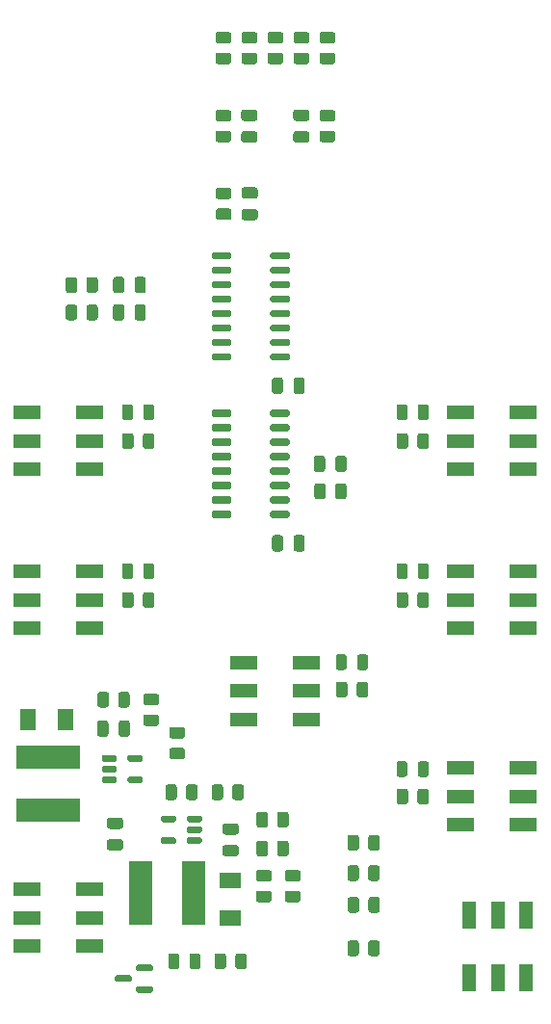
<source format=gtp>
G04 #@! TF.GenerationSoftware,KiCad,Pcbnew,6.0.10-86aedd382b~118~ubuntu18.04.1*
G04 #@! TF.CreationDate,2024-08-26T14:05:47-06:00*
G04 #@! TF.ProjectId,mss-debug,6d73732d-6465-4627-9567-2e6b69636164,rev?*
G04 #@! TF.SameCoordinates,Original*
G04 #@! TF.FileFunction,Paste,Top*
G04 #@! TF.FilePolarity,Positive*
%FSLAX46Y46*%
G04 Gerber Fmt 4.6, Leading zero omitted, Abs format (unit mm)*
G04 Created by KiCad (PCBNEW 6.0.10-86aedd382b~118~ubuntu18.04.1) date 2024-08-26 14:05:47*
%MOMM*%
%LPD*%
G01*
G04 APERTURE LIST*
%ADD10R,1.193800X2.489200*%
%ADD11R,2.489200X1.193800*%
%ADD12R,5.562600X2.108200*%
%ADD13R,1.400000X1.900000*%
%ADD14R,1.900000X1.400000*%
%ADD15R,2.108200X5.562600*%
G04 APERTURE END LIST*
G36*
G01*
X45184000Y-172281000D02*
X45184000Y-171381000D01*
G75*
G02*
X45434000Y-171131000I250000J0D01*
G01*
X45959000Y-171131000D01*
G75*
G02*
X46209000Y-171381000I0J-250000D01*
G01*
X46209000Y-172281000D01*
G75*
G02*
X45959000Y-172531000I-250000J0D01*
G01*
X45434000Y-172531000D01*
G75*
G02*
X45184000Y-172281000I0J250000D01*
G01*
G37*
G36*
G01*
X47009000Y-172281000D02*
X47009000Y-171381000D01*
G75*
G02*
X47259000Y-171131000I250000J0D01*
G01*
X47784000Y-171131000D01*
G75*
G02*
X48034000Y-171381000I0J-250000D01*
G01*
X48034000Y-172281000D01*
G75*
G02*
X47784000Y-172531000I-250000J0D01*
G01*
X47259000Y-172531000D01*
G75*
G02*
X47009000Y-172281000I0J250000D01*
G01*
G37*
G36*
G01*
X51874000Y-178661000D02*
X52774000Y-178661000D01*
G75*
G02*
X53024000Y-178911000I0J-250000D01*
G01*
X53024000Y-179436000D01*
G75*
G02*
X52774000Y-179686000I-250000J0D01*
G01*
X51874000Y-179686000D01*
G75*
G02*
X51624000Y-179436000I0J250000D01*
G01*
X51624000Y-178911000D01*
G75*
G02*
X51874000Y-178661000I250000J0D01*
G01*
G37*
G36*
G01*
X51874000Y-180486000D02*
X52774000Y-180486000D01*
G75*
G02*
X53024000Y-180736000I0J-250000D01*
G01*
X53024000Y-181261000D01*
G75*
G02*
X52774000Y-181511000I-250000J0D01*
G01*
X51874000Y-181511000D01*
G75*
G02*
X51624000Y-181261000I0J250000D01*
G01*
X51624000Y-180736000D01*
G75*
G02*
X51874000Y-180486000I250000J0D01*
G01*
G37*
G36*
G01*
X35126000Y-166718000D02*
X35126000Y-165768000D01*
G75*
G02*
X35376000Y-165518000I250000J0D01*
G01*
X35876000Y-165518000D01*
G75*
G02*
X36126000Y-165768000I0J-250000D01*
G01*
X36126000Y-166718000D01*
G75*
G02*
X35876000Y-166968000I-250000J0D01*
G01*
X35376000Y-166968000D01*
G75*
G02*
X35126000Y-166718000I0J250000D01*
G01*
G37*
G36*
G01*
X37026000Y-166718000D02*
X37026000Y-165768000D01*
G75*
G02*
X37276000Y-165518000I250000J0D01*
G01*
X37776000Y-165518000D01*
G75*
G02*
X38026000Y-165768000I0J-250000D01*
G01*
X38026000Y-166718000D01*
G75*
G02*
X37776000Y-166968000I-250000J0D01*
G01*
X37276000Y-166968000D01*
G75*
G02*
X37026000Y-166718000I0J250000D01*
G01*
G37*
G36*
G01*
X35538000Y-168999000D02*
X35538000Y-168699000D01*
G75*
G02*
X35688000Y-168549000I150000J0D01*
G01*
X36713000Y-168549000D01*
G75*
G02*
X36863000Y-168699000I0J-150000D01*
G01*
X36863000Y-168999000D01*
G75*
G02*
X36713000Y-169149000I-150000J0D01*
G01*
X35688000Y-169149000D01*
G75*
G02*
X35538000Y-168999000I0J150000D01*
G01*
G37*
G36*
G01*
X35538000Y-169949000D02*
X35538000Y-169649000D01*
G75*
G02*
X35688000Y-169499000I150000J0D01*
G01*
X36713000Y-169499000D01*
G75*
G02*
X36863000Y-169649000I0J-150000D01*
G01*
X36863000Y-169949000D01*
G75*
G02*
X36713000Y-170099000I-150000J0D01*
G01*
X35688000Y-170099000D01*
G75*
G02*
X35538000Y-169949000I0J150000D01*
G01*
G37*
G36*
G01*
X35538000Y-170899000D02*
X35538000Y-170599000D01*
G75*
G02*
X35688000Y-170449000I150000J0D01*
G01*
X36713000Y-170449000D01*
G75*
G02*
X36863000Y-170599000I0J-150000D01*
G01*
X36863000Y-170899000D01*
G75*
G02*
X36713000Y-171049000I-150000J0D01*
G01*
X35688000Y-171049000D01*
G75*
G02*
X35538000Y-170899000I0J150000D01*
G01*
G37*
G36*
G01*
X37813000Y-170899000D02*
X37813000Y-170599000D01*
G75*
G02*
X37963000Y-170449000I150000J0D01*
G01*
X38988000Y-170449000D01*
G75*
G02*
X39138000Y-170599000I0J-150000D01*
G01*
X39138000Y-170899000D01*
G75*
G02*
X38988000Y-171049000I-150000J0D01*
G01*
X37963000Y-171049000D01*
G75*
G02*
X37813000Y-170899000I0J150000D01*
G01*
G37*
G36*
G01*
X37813000Y-168999000D02*
X37813000Y-168699000D01*
G75*
G02*
X37963000Y-168549000I150000J0D01*
G01*
X38988000Y-168549000D01*
G75*
G02*
X39138000Y-168699000I0J-150000D01*
G01*
X39138000Y-168999000D01*
G75*
G02*
X38988000Y-169149000I-150000J0D01*
G01*
X37963000Y-169149000D01*
G75*
G02*
X37813000Y-168999000I0J150000D01*
G01*
G37*
G36*
G01*
X49007750Y-121568500D02*
X48057750Y-121568500D01*
G75*
G02*
X47807750Y-121318500I0J250000D01*
G01*
X47807750Y-120818500D01*
G75*
G02*
X48057750Y-120568500I250000J0D01*
G01*
X49007750Y-120568500D01*
G75*
G02*
X49257750Y-120818500I0J-250000D01*
G01*
X49257750Y-121318500D01*
G75*
G02*
X49007750Y-121568500I-250000J0D01*
G01*
G37*
G36*
G01*
X49007750Y-119668500D02*
X48057750Y-119668500D01*
G75*
G02*
X47807750Y-119418500I0J250000D01*
G01*
X47807750Y-118918500D01*
G75*
G02*
X48057750Y-118668500I250000J0D01*
G01*
X49007750Y-118668500D01*
G75*
G02*
X49257750Y-118918500I0J-250000D01*
G01*
X49257750Y-119418500D01*
G75*
G02*
X49007750Y-119668500I-250000J0D01*
G01*
G37*
G36*
G01*
X52091000Y-147264000D02*
X52091000Y-147564000D01*
G75*
G02*
X51941000Y-147714000I-150000J0D01*
G01*
X50491000Y-147714000D01*
G75*
G02*
X50341000Y-147564000I0J150000D01*
G01*
X50341000Y-147264000D01*
G75*
G02*
X50491000Y-147114000I150000J0D01*
G01*
X51941000Y-147114000D01*
G75*
G02*
X52091000Y-147264000I0J-150000D01*
G01*
G37*
G36*
G01*
X52091000Y-145994000D02*
X52091000Y-146294000D01*
G75*
G02*
X51941000Y-146444000I-150000J0D01*
G01*
X50491000Y-146444000D01*
G75*
G02*
X50341000Y-146294000I0J150000D01*
G01*
X50341000Y-145994000D01*
G75*
G02*
X50491000Y-145844000I150000J0D01*
G01*
X51941000Y-145844000D01*
G75*
G02*
X52091000Y-145994000I0J-150000D01*
G01*
G37*
G36*
G01*
X52091000Y-144724000D02*
X52091000Y-145024000D01*
G75*
G02*
X51941000Y-145174000I-150000J0D01*
G01*
X50491000Y-145174000D01*
G75*
G02*
X50341000Y-145024000I0J150000D01*
G01*
X50341000Y-144724000D01*
G75*
G02*
X50491000Y-144574000I150000J0D01*
G01*
X51941000Y-144574000D01*
G75*
G02*
X52091000Y-144724000I0J-150000D01*
G01*
G37*
G36*
G01*
X52091000Y-143454000D02*
X52091000Y-143754000D01*
G75*
G02*
X51941000Y-143904000I-150000J0D01*
G01*
X50491000Y-143904000D01*
G75*
G02*
X50341000Y-143754000I0J150000D01*
G01*
X50341000Y-143454000D01*
G75*
G02*
X50491000Y-143304000I150000J0D01*
G01*
X51941000Y-143304000D01*
G75*
G02*
X52091000Y-143454000I0J-150000D01*
G01*
G37*
G36*
G01*
X52091000Y-142184000D02*
X52091000Y-142484000D01*
G75*
G02*
X51941000Y-142634000I-150000J0D01*
G01*
X50491000Y-142634000D01*
G75*
G02*
X50341000Y-142484000I0J150000D01*
G01*
X50341000Y-142184000D01*
G75*
G02*
X50491000Y-142034000I150000J0D01*
G01*
X51941000Y-142034000D01*
G75*
G02*
X52091000Y-142184000I0J-150000D01*
G01*
G37*
G36*
G01*
X52091000Y-140914000D02*
X52091000Y-141214000D01*
G75*
G02*
X51941000Y-141364000I-150000J0D01*
G01*
X50491000Y-141364000D01*
G75*
G02*
X50341000Y-141214000I0J150000D01*
G01*
X50341000Y-140914000D01*
G75*
G02*
X50491000Y-140764000I150000J0D01*
G01*
X51941000Y-140764000D01*
G75*
G02*
X52091000Y-140914000I0J-150000D01*
G01*
G37*
G36*
G01*
X52091000Y-139644000D02*
X52091000Y-139944000D01*
G75*
G02*
X51941000Y-140094000I-150000J0D01*
G01*
X50491000Y-140094000D01*
G75*
G02*
X50341000Y-139944000I0J150000D01*
G01*
X50341000Y-139644000D01*
G75*
G02*
X50491000Y-139494000I150000J0D01*
G01*
X51941000Y-139494000D01*
G75*
G02*
X52091000Y-139644000I0J-150000D01*
G01*
G37*
G36*
G01*
X52091000Y-138374000D02*
X52091000Y-138674000D01*
G75*
G02*
X51941000Y-138824000I-150000J0D01*
G01*
X50491000Y-138824000D01*
G75*
G02*
X50341000Y-138674000I0J150000D01*
G01*
X50341000Y-138374000D01*
G75*
G02*
X50491000Y-138224000I150000J0D01*
G01*
X51941000Y-138224000D01*
G75*
G02*
X52091000Y-138374000I0J-150000D01*
G01*
G37*
G36*
G01*
X46941000Y-138374000D02*
X46941000Y-138674000D01*
G75*
G02*
X46791000Y-138824000I-150000J0D01*
G01*
X45341000Y-138824000D01*
G75*
G02*
X45191000Y-138674000I0J150000D01*
G01*
X45191000Y-138374000D01*
G75*
G02*
X45341000Y-138224000I150000J0D01*
G01*
X46791000Y-138224000D01*
G75*
G02*
X46941000Y-138374000I0J-150000D01*
G01*
G37*
G36*
G01*
X46941000Y-139644000D02*
X46941000Y-139944000D01*
G75*
G02*
X46791000Y-140094000I-150000J0D01*
G01*
X45341000Y-140094000D01*
G75*
G02*
X45191000Y-139944000I0J150000D01*
G01*
X45191000Y-139644000D01*
G75*
G02*
X45341000Y-139494000I150000J0D01*
G01*
X46791000Y-139494000D01*
G75*
G02*
X46941000Y-139644000I0J-150000D01*
G01*
G37*
G36*
G01*
X46941000Y-140914000D02*
X46941000Y-141214000D01*
G75*
G02*
X46791000Y-141364000I-150000J0D01*
G01*
X45341000Y-141364000D01*
G75*
G02*
X45191000Y-141214000I0J150000D01*
G01*
X45191000Y-140914000D01*
G75*
G02*
X45341000Y-140764000I150000J0D01*
G01*
X46791000Y-140764000D01*
G75*
G02*
X46941000Y-140914000I0J-150000D01*
G01*
G37*
G36*
G01*
X46941000Y-142184000D02*
X46941000Y-142484000D01*
G75*
G02*
X46791000Y-142634000I-150000J0D01*
G01*
X45341000Y-142634000D01*
G75*
G02*
X45191000Y-142484000I0J150000D01*
G01*
X45191000Y-142184000D01*
G75*
G02*
X45341000Y-142034000I150000J0D01*
G01*
X46791000Y-142034000D01*
G75*
G02*
X46941000Y-142184000I0J-150000D01*
G01*
G37*
G36*
G01*
X46941000Y-143454000D02*
X46941000Y-143754000D01*
G75*
G02*
X46791000Y-143904000I-150000J0D01*
G01*
X45341000Y-143904000D01*
G75*
G02*
X45191000Y-143754000I0J150000D01*
G01*
X45191000Y-143454000D01*
G75*
G02*
X45341000Y-143304000I150000J0D01*
G01*
X46791000Y-143304000D01*
G75*
G02*
X46941000Y-143454000I0J-150000D01*
G01*
G37*
G36*
G01*
X46941000Y-144724000D02*
X46941000Y-145024000D01*
G75*
G02*
X46791000Y-145174000I-150000J0D01*
G01*
X45341000Y-145174000D01*
G75*
G02*
X45191000Y-145024000I0J150000D01*
G01*
X45191000Y-144724000D01*
G75*
G02*
X45341000Y-144574000I150000J0D01*
G01*
X46791000Y-144574000D01*
G75*
G02*
X46941000Y-144724000I0J-150000D01*
G01*
G37*
G36*
G01*
X46941000Y-145994000D02*
X46941000Y-146294000D01*
G75*
G02*
X46791000Y-146444000I-150000J0D01*
G01*
X45341000Y-146444000D01*
G75*
G02*
X45191000Y-146294000I0J150000D01*
G01*
X45191000Y-145994000D01*
G75*
G02*
X45341000Y-145844000I150000J0D01*
G01*
X46791000Y-145844000D01*
G75*
G02*
X46941000Y-145994000I0J-150000D01*
G01*
G37*
G36*
G01*
X46941000Y-147264000D02*
X46941000Y-147564000D01*
G75*
G02*
X46791000Y-147714000I-150000J0D01*
G01*
X45341000Y-147714000D01*
G75*
G02*
X45191000Y-147564000I0J150000D01*
G01*
X45191000Y-147264000D01*
G75*
G02*
X45341000Y-147114000I150000J0D01*
G01*
X46791000Y-147114000D01*
G75*
G02*
X46941000Y-147264000I0J-150000D01*
G01*
G37*
G36*
G01*
X50493000Y-136586000D02*
X50493000Y-135636000D01*
G75*
G02*
X50743000Y-135386000I250000J0D01*
G01*
X51243000Y-135386000D01*
G75*
G02*
X51493000Y-135636000I0J-250000D01*
G01*
X51493000Y-136586000D01*
G75*
G02*
X51243000Y-136836000I-250000J0D01*
G01*
X50743000Y-136836000D01*
G75*
G02*
X50493000Y-136586000I0J250000D01*
G01*
G37*
G36*
G01*
X52393000Y-136586000D02*
X52393000Y-135636000D01*
G75*
G02*
X52643000Y-135386000I250000J0D01*
G01*
X53143000Y-135386000D01*
G75*
G02*
X53393000Y-135636000I0J-250000D01*
G01*
X53393000Y-136586000D01*
G75*
G02*
X53143000Y-136836000I-250000J0D01*
G01*
X52643000Y-136836000D01*
G75*
G02*
X52393000Y-136586000I0J250000D01*
G01*
G37*
G36*
G01*
X64290000Y-171762000D02*
X64290000Y-172662000D01*
G75*
G02*
X64040000Y-172912000I-250000J0D01*
G01*
X63515000Y-172912000D01*
G75*
G02*
X63265000Y-172662000I0J250000D01*
G01*
X63265000Y-171762000D01*
G75*
G02*
X63515000Y-171512000I250000J0D01*
G01*
X64040000Y-171512000D01*
G75*
G02*
X64290000Y-171762000I0J-250000D01*
G01*
G37*
G36*
G01*
X62465000Y-171762000D02*
X62465000Y-172662000D01*
G75*
G02*
X62215000Y-172912000I-250000J0D01*
G01*
X61690000Y-172912000D01*
G75*
G02*
X61440000Y-172662000I0J250000D01*
G01*
X61440000Y-171762000D01*
G75*
G02*
X61690000Y-171512000I250000J0D01*
G01*
X62215000Y-171512000D01*
G75*
G02*
X62465000Y-171762000I0J-250000D01*
G01*
G37*
G36*
G01*
X55822000Y-114709000D02*
X54922000Y-114709000D01*
G75*
G02*
X54672000Y-114459000I0J250000D01*
G01*
X54672000Y-113934000D01*
G75*
G02*
X54922000Y-113684000I250000J0D01*
G01*
X55822000Y-113684000D01*
G75*
G02*
X56072000Y-113934000I0J-250000D01*
G01*
X56072000Y-114459000D01*
G75*
G02*
X55822000Y-114709000I-250000J0D01*
G01*
G37*
G36*
G01*
X55822000Y-112884000D02*
X54922000Y-112884000D01*
G75*
G02*
X54672000Y-112634000I0J250000D01*
G01*
X54672000Y-112109000D01*
G75*
G02*
X54922000Y-111859000I250000J0D01*
G01*
X55822000Y-111859000D01*
G75*
G02*
X56072000Y-112109000I0J-250000D01*
G01*
X56072000Y-112634000D01*
G75*
G02*
X55822000Y-112884000I-250000J0D01*
G01*
G37*
D10*
X72858000Y-182664100D03*
X70358000Y-182664100D03*
X67858000Y-182664100D03*
X72858000Y-188175900D03*
X70358000Y-188175900D03*
X67858000Y-188175900D03*
G36*
G01*
X54201000Y-145832000D02*
X54201000Y-144932000D01*
G75*
G02*
X54451000Y-144682000I250000J0D01*
G01*
X54976000Y-144682000D01*
G75*
G02*
X55226000Y-144932000I0J-250000D01*
G01*
X55226000Y-145832000D01*
G75*
G02*
X54976000Y-146082000I-250000J0D01*
G01*
X54451000Y-146082000D01*
G75*
G02*
X54201000Y-145832000I0J250000D01*
G01*
G37*
G36*
G01*
X56026000Y-145832000D02*
X56026000Y-144932000D01*
G75*
G02*
X56276000Y-144682000I250000J0D01*
G01*
X56801000Y-144682000D01*
G75*
G02*
X57051000Y-144932000I0J-250000D01*
G01*
X57051000Y-145832000D01*
G75*
G02*
X56801000Y-146082000I-250000J0D01*
G01*
X56276000Y-146082000D01*
G75*
G02*
X56026000Y-145832000I0J250000D01*
G01*
G37*
D11*
X28994100Y-180380000D03*
X28994100Y-182880000D03*
X28994100Y-185380000D03*
X34505900Y-180380000D03*
X34505900Y-182880000D03*
X34505900Y-185380000D03*
G36*
G01*
X58956000Y-159944750D02*
X58956000Y-160857250D01*
G75*
G02*
X58712250Y-161101000I-243750J0D01*
G01*
X58224750Y-161101000D01*
G75*
G02*
X57981000Y-160857250I0J243750D01*
G01*
X57981000Y-159944750D01*
G75*
G02*
X58224750Y-159701000I243750J0D01*
G01*
X58712250Y-159701000D01*
G75*
G02*
X58956000Y-159944750I0J-243750D01*
G01*
G37*
G36*
G01*
X57081000Y-159944750D02*
X57081000Y-160857250D01*
G75*
G02*
X56837250Y-161101000I-243750J0D01*
G01*
X56349750Y-161101000D01*
G75*
G02*
X56106000Y-160857250I0J243750D01*
G01*
X56106000Y-159944750D01*
G75*
G02*
X56349750Y-159701000I243750J0D01*
G01*
X56837250Y-159701000D01*
G75*
G02*
X57081000Y-159944750I0J-243750D01*
G01*
G37*
G36*
G01*
X52091000Y-133421000D02*
X52091000Y-133721000D01*
G75*
G02*
X51941000Y-133871000I-150000J0D01*
G01*
X50491000Y-133871000D01*
G75*
G02*
X50341000Y-133721000I0J150000D01*
G01*
X50341000Y-133421000D01*
G75*
G02*
X50491000Y-133271000I150000J0D01*
G01*
X51941000Y-133271000D01*
G75*
G02*
X52091000Y-133421000I0J-150000D01*
G01*
G37*
G36*
G01*
X52091000Y-132151000D02*
X52091000Y-132451000D01*
G75*
G02*
X51941000Y-132601000I-150000J0D01*
G01*
X50491000Y-132601000D01*
G75*
G02*
X50341000Y-132451000I0J150000D01*
G01*
X50341000Y-132151000D01*
G75*
G02*
X50491000Y-132001000I150000J0D01*
G01*
X51941000Y-132001000D01*
G75*
G02*
X52091000Y-132151000I0J-150000D01*
G01*
G37*
G36*
G01*
X52091000Y-130881000D02*
X52091000Y-131181000D01*
G75*
G02*
X51941000Y-131331000I-150000J0D01*
G01*
X50491000Y-131331000D01*
G75*
G02*
X50341000Y-131181000I0J150000D01*
G01*
X50341000Y-130881000D01*
G75*
G02*
X50491000Y-130731000I150000J0D01*
G01*
X51941000Y-130731000D01*
G75*
G02*
X52091000Y-130881000I0J-150000D01*
G01*
G37*
G36*
G01*
X52091000Y-129611000D02*
X52091000Y-129911000D01*
G75*
G02*
X51941000Y-130061000I-150000J0D01*
G01*
X50491000Y-130061000D01*
G75*
G02*
X50341000Y-129911000I0J150000D01*
G01*
X50341000Y-129611000D01*
G75*
G02*
X50491000Y-129461000I150000J0D01*
G01*
X51941000Y-129461000D01*
G75*
G02*
X52091000Y-129611000I0J-150000D01*
G01*
G37*
G36*
G01*
X52091000Y-128341000D02*
X52091000Y-128641000D01*
G75*
G02*
X51941000Y-128791000I-150000J0D01*
G01*
X50491000Y-128791000D01*
G75*
G02*
X50341000Y-128641000I0J150000D01*
G01*
X50341000Y-128341000D01*
G75*
G02*
X50491000Y-128191000I150000J0D01*
G01*
X51941000Y-128191000D01*
G75*
G02*
X52091000Y-128341000I0J-150000D01*
G01*
G37*
G36*
G01*
X52091000Y-127071000D02*
X52091000Y-127371000D01*
G75*
G02*
X51941000Y-127521000I-150000J0D01*
G01*
X50491000Y-127521000D01*
G75*
G02*
X50341000Y-127371000I0J150000D01*
G01*
X50341000Y-127071000D01*
G75*
G02*
X50491000Y-126921000I150000J0D01*
G01*
X51941000Y-126921000D01*
G75*
G02*
X52091000Y-127071000I0J-150000D01*
G01*
G37*
G36*
G01*
X52091000Y-125801000D02*
X52091000Y-126101000D01*
G75*
G02*
X51941000Y-126251000I-150000J0D01*
G01*
X50491000Y-126251000D01*
G75*
G02*
X50341000Y-126101000I0J150000D01*
G01*
X50341000Y-125801000D01*
G75*
G02*
X50491000Y-125651000I150000J0D01*
G01*
X51941000Y-125651000D01*
G75*
G02*
X52091000Y-125801000I0J-150000D01*
G01*
G37*
G36*
G01*
X52091000Y-124531000D02*
X52091000Y-124831000D01*
G75*
G02*
X51941000Y-124981000I-150000J0D01*
G01*
X50491000Y-124981000D01*
G75*
G02*
X50341000Y-124831000I0J150000D01*
G01*
X50341000Y-124531000D01*
G75*
G02*
X50491000Y-124381000I150000J0D01*
G01*
X51941000Y-124381000D01*
G75*
G02*
X52091000Y-124531000I0J-150000D01*
G01*
G37*
G36*
G01*
X46941000Y-124531000D02*
X46941000Y-124831000D01*
G75*
G02*
X46791000Y-124981000I-150000J0D01*
G01*
X45341000Y-124981000D01*
G75*
G02*
X45191000Y-124831000I0J150000D01*
G01*
X45191000Y-124531000D01*
G75*
G02*
X45341000Y-124381000I150000J0D01*
G01*
X46791000Y-124381000D01*
G75*
G02*
X46941000Y-124531000I0J-150000D01*
G01*
G37*
G36*
G01*
X46941000Y-125801000D02*
X46941000Y-126101000D01*
G75*
G02*
X46791000Y-126251000I-150000J0D01*
G01*
X45341000Y-126251000D01*
G75*
G02*
X45191000Y-126101000I0J150000D01*
G01*
X45191000Y-125801000D01*
G75*
G02*
X45341000Y-125651000I150000J0D01*
G01*
X46791000Y-125651000D01*
G75*
G02*
X46941000Y-125801000I0J-150000D01*
G01*
G37*
G36*
G01*
X46941000Y-127071000D02*
X46941000Y-127371000D01*
G75*
G02*
X46791000Y-127521000I-150000J0D01*
G01*
X45341000Y-127521000D01*
G75*
G02*
X45191000Y-127371000I0J150000D01*
G01*
X45191000Y-127071000D01*
G75*
G02*
X45341000Y-126921000I150000J0D01*
G01*
X46791000Y-126921000D01*
G75*
G02*
X46941000Y-127071000I0J-150000D01*
G01*
G37*
G36*
G01*
X46941000Y-128341000D02*
X46941000Y-128641000D01*
G75*
G02*
X46791000Y-128791000I-150000J0D01*
G01*
X45341000Y-128791000D01*
G75*
G02*
X45191000Y-128641000I0J150000D01*
G01*
X45191000Y-128341000D01*
G75*
G02*
X45341000Y-128191000I150000J0D01*
G01*
X46791000Y-128191000D01*
G75*
G02*
X46941000Y-128341000I0J-150000D01*
G01*
G37*
G36*
G01*
X46941000Y-129611000D02*
X46941000Y-129911000D01*
G75*
G02*
X46791000Y-130061000I-150000J0D01*
G01*
X45341000Y-130061000D01*
G75*
G02*
X45191000Y-129911000I0J150000D01*
G01*
X45191000Y-129611000D01*
G75*
G02*
X45341000Y-129461000I150000J0D01*
G01*
X46791000Y-129461000D01*
G75*
G02*
X46941000Y-129611000I0J-150000D01*
G01*
G37*
G36*
G01*
X46941000Y-130881000D02*
X46941000Y-131181000D01*
G75*
G02*
X46791000Y-131331000I-150000J0D01*
G01*
X45341000Y-131331000D01*
G75*
G02*
X45191000Y-131181000I0J150000D01*
G01*
X45191000Y-130881000D01*
G75*
G02*
X45341000Y-130731000I150000J0D01*
G01*
X46791000Y-130731000D01*
G75*
G02*
X46941000Y-130881000I0J-150000D01*
G01*
G37*
G36*
G01*
X46941000Y-132151000D02*
X46941000Y-132451000D01*
G75*
G02*
X46791000Y-132601000I-150000J0D01*
G01*
X45341000Y-132601000D01*
G75*
G02*
X45191000Y-132451000I0J150000D01*
G01*
X45191000Y-132151000D01*
G75*
G02*
X45341000Y-132001000I150000J0D01*
G01*
X46791000Y-132001000D01*
G75*
G02*
X46941000Y-132151000I0J-150000D01*
G01*
G37*
G36*
G01*
X46941000Y-133421000D02*
X46941000Y-133721000D01*
G75*
G02*
X46791000Y-133871000I-150000J0D01*
G01*
X45341000Y-133871000D01*
G75*
G02*
X45191000Y-133721000I0J150000D01*
G01*
X45191000Y-133421000D01*
G75*
G02*
X45341000Y-133271000I150000J0D01*
G01*
X46791000Y-133271000D01*
G75*
G02*
X46941000Y-133421000I0J-150000D01*
G01*
G37*
G36*
G01*
X55822000Y-107851000D02*
X54922000Y-107851000D01*
G75*
G02*
X54672000Y-107601000I0J250000D01*
G01*
X54672000Y-107076000D01*
G75*
G02*
X54922000Y-106826000I250000J0D01*
G01*
X55822000Y-106826000D01*
G75*
G02*
X56072000Y-107076000I0J-250000D01*
G01*
X56072000Y-107601000D01*
G75*
G02*
X55822000Y-107851000I-250000J0D01*
G01*
G37*
G36*
G01*
X55822000Y-106026000D02*
X54922000Y-106026000D01*
G75*
G02*
X54672000Y-105776000I0J250000D01*
G01*
X54672000Y-105251000D01*
G75*
G02*
X54922000Y-105001000I250000J0D01*
G01*
X55822000Y-105001000D01*
G75*
G02*
X56072000Y-105251000I0J-250000D01*
G01*
X56072000Y-105776000D01*
G75*
G02*
X55822000Y-106026000I-250000J0D01*
G01*
G37*
X28994100Y-138470000D03*
X28994100Y-140970000D03*
X28994100Y-143470000D03*
X34505900Y-138470000D03*
X34505900Y-140970000D03*
X34505900Y-143470000D03*
G36*
G01*
X41120000Y-172281000D02*
X41120000Y-171381000D01*
G75*
G02*
X41370000Y-171131000I250000J0D01*
G01*
X41895000Y-171131000D01*
G75*
G02*
X42145000Y-171381000I0J-250000D01*
G01*
X42145000Y-172281000D01*
G75*
G02*
X41895000Y-172531000I-250000J0D01*
G01*
X41370000Y-172531000D01*
G75*
G02*
X41120000Y-172281000I0J250000D01*
G01*
G37*
G36*
G01*
X42945000Y-172281000D02*
X42945000Y-171381000D01*
G75*
G02*
X43195000Y-171131000I250000J0D01*
G01*
X43720000Y-171131000D01*
G75*
G02*
X43970000Y-171381000I0J-250000D01*
G01*
X43970000Y-172281000D01*
G75*
G02*
X43720000Y-172531000I-250000J0D01*
G01*
X43195000Y-172531000D01*
G75*
G02*
X42945000Y-172281000I0J250000D01*
G01*
G37*
D12*
X30861000Y-173367700D03*
X30861000Y-168770300D03*
G36*
G01*
X64290000Y-137973750D02*
X64290000Y-138886250D01*
G75*
G02*
X64046250Y-139130000I-243750J0D01*
G01*
X63558750Y-139130000D01*
G75*
G02*
X63315000Y-138886250I0J243750D01*
G01*
X63315000Y-137973750D01*
G75*
G02*
X63558750Y-137730000I243750J0D01*
G01*
X64046250Y-137730000D01*
G75*
G02*
X64290000Y-137973750I0J-243750D01*
G01*
G37*
G36*
G01*
X62415000Y-137973750D02*
X62415000Y-138886250D01*
G75*
G02*
X62171250Y-139130000I-243750J0D01*
G01*
X61683750Y-139130000D01*
G75*
G02*
X61440000Y-138886250I0J243750D01*
G01*
X61440000Y-137973750D01*
G75*
G02*
X61683750Y-137730000I243750J0D01*
G01*
X62171250Y-137730000D01*
G75*
G02*
X62415000Y-137973750I0J-243750D01*
G01*
G37*
G36*
G01*
X46678000Y-114709000D02*
X45778000Y-114709000D01*
G75*
G02*
X45528000Y-114459000I0J250000D01*
G01*
X45528000Y-113934000D01*
G75*
G02*
X45778000Y-113684000I250000J0D01*
G01*
X46678000Y-113684000D01*
G75*
G02*
X46928000Y-113934000I0J-250000D01*
G01*
X46928000Y-114459000D01*
G75*
G02*
X46678000Y-114709000I-250000J0D01*
G01*
G37*
G36*
G01*
X46678000Y-112884000D02*
X45778000Y-112884000D01*
G75*
G02*
X45528000Y-112634000I0J250000D01*
G01*
X45528000Y-112109000D01*
G75*
G02*
X45778000Y-111859000I250000J0D01*
G01*
X46678000Y-111859000D01*
G75*
G02*
X46928000Y-112109000I0J-250000D01*
G01*
X46928000Y-112634000D01*
G75*
G02*
X46678000Y-112884000I-250000J0D01*
G01*
G37*
G36*
G01*
X46696750Y-121543500D02*
X45796750Y-121543500D01*
G75*
G02*
X45546750Y-121293500I0J250000D01*
G01*
X45546750Y-120768500D01*
G75*
G02*
X45796750Y-120518500I250000J0D01*
G01*
X46696750Y-120518500D01*
G75*
G02*
X46946750Y-120768500I0J-250000D01*
G01*
X46946750Y-121293500D01*
G75*
G02*
X46696750Y-121543500I-250000J0D01*
G01*
G37*
G36*
G01*
X46696750Y-119718500D02*
X45796750Y-119718500D01*
G75*
G02*
X45546750Y-119468500I0J250000D01*
G01*
X45546750Y-118943500D01*
G75*
G02*
X45796750Y-118693500I250000J0D01*
G01*
X46696750Y-118693500D01*
G75*
G02*
X46946750Y-118943500I0J-250000D01*
G01*
X46946750Y-119468500D01*
G75*
G02*
X46696750Y-119718500I-250000J0D01*
G01*
G37*
D13*
X32384000Y-165481000D03*
X29084000Y-165481000D03*
G36*
G01*
X40160000Y-151943750D02*
X40160000Y-152856250D01*
G75*
G02*
X39916250Y-153100000I-243750J0D01*
G01*
X39428750Y-153100000D01*
G75*
G02*
X39185000Y-152856250I0J243750D01*
G01*
X39185000Y-151943750D01*
G75*
G02*
X39428750Y-151700000I243750J0D01*
G01*
X39916250Y-151700000D01*
G75*
G02*
X40160000Y-151943750I0J-243750D01*
G01*
G37*
G36*
G01*
X38285000Y-151943750D02*
X38285000Y-152856250D01*
G75*
G02*
X38041250Y-153100000I-243750J0D01*
G01*
X37553750Y-153100000D01*
G75*
G02*
X37310000Y-152856250I0J243750D01*
G01*
X37310000Y-151943750D01*
G75*
G02*
X37553750Y-151700000I243750J0D01*
G01*
X38041250Y-151700000D01*
G75*
G02*
X38285000Y-151943750I0J-243750D01*
G01*
G37*
G36*
G01*
X42614000Y-168938000D02*
X41714000Y-168938000D01*
G75*
G02*
X41464000Y-168688000I0J250000D01*
G01*
X41464000Y-168163000D01*
G75*
G02*
X41714000Y-167913000I250000J0D01*
G01*
X42614000Y-167913000D01*
G75*
G02*
X42864000Y-168163000I0J-250000D01*
G01*
X42864000Y-168688000D01*
G75*
G02*
X42614000Y-168938000I-250000J0D01*
G01*
G37*
G36*
G01*
X42614000Y-167113000D02*
X41714000Y-167113000D01*
G75*
G02*
X41464000Y-166863000I0J250000D01*
G01*
X41464000Y-166338000D01*
G75*
G02*
X41714000Y-166088000I250000J0D01*
G01*
X42614000Y-166088000D01*
G75*
G02*
X42864000Y-166338000I0J-250000D01*
G01*
X42864000Y-166863000D01*
G75*
G02*
X42614000Y-167113000I-250000J0D01*
G01*
G37*
D14*
X46863000Y-179580000D03*
X46863000Y-182880000D03*
G36*
G01*
X38001000Y-163253000D02*
X38001000Y-164153000D01*
G75*
G02*
X37751000Y-164403000I-250000J0D01*
G01*
X37226000Y-164403000D01*
G75*
G02*
X36976000Y-164153000I0J250000D01*
G01*
X36976000Y-163253000D01*
G75*
G02*
X37226000Y-163003000I250000J0D01*
G01*
X37751000Y-163003000D01*
G75*
G02*
X38001000Y-163253000I0J-250000D01*
G01*
G37*
G36*
G01*
X36176000Y-163253000D02*
X36176000Y-164153000D01*
G75*
G02*
X35926000Y-164403000I-250000J0D01*
G01*
X35401000Y-164403000D01*
G75*
G02*
X35151000Y-164153000I0J250000D01*
G01*
X35151000Y-163253000D01*
G75*
G02*
X35401000Y-163003000I250000J0D01*
G01*
X35926000Y-163003000D01*
G75*
G02*
X36176000Y-163253000I0J-250000D01*
G01*
G37*
G36*
G01*
X47338000Y-177473000D02*
X46388000Y-177473000D01*
G75*
G02*
X46138000Y-177223000I0J250000D01*
G01*
X46138000Y-176723000D01*
G75*
G02*
X46388000Y-176473000I250000J0D01*
G01*
X47338000Y-176473000D01*
G75*
G02*
X47588000Y-176723000I0J-250000D01*
G01*
X47588000Y-177223000D01*
G75*
G02*
X47338000Y-177473000I-250000J0D01*
G01*
G37*
G36*
G01*
X47338000Y-175573000D02*
X46388000Y-175573000D01*
G75*
G02*
X46138000Y-175323000I0J250000D01*
G01*
X46138000Y-174823000D01*
G75*
G02*
X46388000Y-174573000I250000J0D01*
G01*
X47338000Y-174573000D01*
G75*
G02*
X47588000Y-174823000I0J-250000D01*
G01*
X47588000Y-175323000D01*
G75*
G02*
X47338000Y-175573000I-250000J0D01*
G01*
G37*
G36*
G01*
X59972000Y-178493000D02*
X59972000Y-179393000D01*
G75*
G02*
X59722000Y-179643000I-250000J0D01*
G01*
X59197000Y-179643000D01*
G75*
G02*
X58947000Y-179393000I0J250000D01*
G01*
X58947000Y-178493000D01*
G75*
G02*
X59197000Y-178243000I250000J0D01*
G01*
X59722000Y-178243000D01*
G75*
G02*
X59972000Y-178493000I0J-250000D01*
G01*
G37*
G36*
G01*
X58147000Y-178493000D02*
X58147000Y-179393000D01*
G75*
G02*
X57897000Y-179643000I-250000J0D01*
G01*
X57372000Y-179643000D01*
G75*
G02*
X57122000Y-179393000I0J250000D01*
G01*
X57122000Y-178493000D01*
G75*
G02*
X57372000Y-178243000I250000J0D01*
G01*
X57897000Y-178243000D01*
G75*
G02*
X58147000Y-178493000I0J-250000D01*
G01*
G37*
G36*
G01*
X59995500Y-181287000D02*
X59995500Y-182187000D01*
G75*
G02*
X59745500Y-182437000I-250000J0D01*
G01*
X59220500Y-182437000D01*
G75*
G02*
X58970500Y-182187000I0J250000D01*
G01*
X58970500Y-181287000D01*
G75*
G02*
X59220500Y-181037000I250000J0D01*
G01*
X59745500Y-181037000D01*
G75*
G02*
X59995500Y-181287000I0J-250000D01*
G01*
G37*
G36*
G01*
X58170500Y-181287000D02*
X58170500Y-182187000D01*
G75*
G02*
X57920500Y-182437000I-250000J0D01*
G01*
X57395500Y-182437000D01*
G75*
G02*
X57145500Y-182187000I0J250000D01*
G01*
X57145500Y-181287000D01*
G75*
G02*
X57395500Y-181037000I250000J0D01*
G01*
X57920500Y-181037000D01*
G75*
G02*
X58170500Y-181287000I0J-250000D01*
G01*
G37*
G36*
G01*
X61440000Y-155390000D02*
X61440000Y-154490000D01*
G75*
G02*
X61690000Y-154240000I250000J0D01*
G01*
X62215000Y-154240000D01*
G75*
G02*
X62465000Y-154490000I0J-250000D01*
G01*
X62465000Y-155390000D01*
G75*
G02*
X62215000Y-155640000I-250000J0D01*
G01*
X61690000Y-155640000D01*
G75*
G02*
X61440000Y-155390000I0J250000D01*
G01*
G37*
G36*
G01*
X63265000Y-155390000D02*
X63265000Y-154490000D01*
G75*
G02*
X63515000Y-154240000I250000J0D01*
G01*
X64040000Y-154240000D01*
G75*
G02*
X64290000Y-154490000I0J-250000D01*
G01*
X64290000Y-155390000D01*
G75*
G02*
X64040000Y-155640000I-250000J0D01*
G01*
X63515000Y-155640000D01*
G75*
G02*
X63265000Y-155390000I0J250000D01*
G01*
G37*
G36*
G01*
X53536000Y-107851000D02*
X52636000Y-107851000D01*
G75*
G02*
X52386000Y-107601000I0J250000D01*
G01*
X52386000Y-107076000D01*
G75*
G02*
X52636000Y-106826000I250000J0D01*
G01*
X53536000Y-106826000D01*
G75*
G02*
X53786000Y-107076000I0J-250000D01*
G01*
X53786000Y-107601000D01*
G75*
G02*
X53536000Y-107851000I-250000J0D01*
G01*
G37*
G36*
G01*
X53536000Y-106026000D02*
X52636000Y-106026000D01*
G75*
G02*
X52386000Y-105776000I0J250000D01*
G01*
X52386000Y-105251000D01*
G75*
G02*
X52636000Y-105001000I250000J0D01*
G01*
X53536000Y-105001000D01*
G75*
G02*
X53786000Y-105251000I0J-250000D01*
G01*
X53786000Y-105776000D01*
G75*
G02*
X53536000Y-106026000I-250000J0D01*
G01*
G37*
G36*
G01*
X35207000Y-129217000D02*
X35207000Y-130117000D01*
G75*
G02*
X34957000Y-130367000I-250000J0D01*
G01*
X34432000Y-130367000D01*
G75*
G02*
X34182000Y-130117000I0J250000D01*
G01*
X34182000Y-129217000D01*
G75*
G02*
X34432000Y-128967000I250000J0D01*
G01*
X34957000Y-128967000D01*
G75*
G02*
X35207000Y-129217000I0J-250000D01*
G01*
G37*
G36*
G01*
X33382000Y-129217000D02*
X33382000Y-130117000D01*
G75*
G02*
X33132000Y-130367000I-250000J0D01*
G01*
X32607000Y-130367000D01*
G75*
G02*
X32357000Y-130117000I0J250000D01*
G01*
X32357000Y-129217000D01*
G75*
G02*
X32607000Y-128967000I250000J0D01*
G01*
X33132000Y-128967000D01*
G75*
G02*
X33382000Y-129217000I0J-250000D01*
G01*
G37*
G36*
G01*
X53561000Y-114734000D02*
X52611000Y-114734000D01*
G75*
G02*
X52361000Y-114484000I0J250000D01*
G01*
X52361000Y-113984000D01*
G75*
G02*
X52611000Y-113734000I250000J0D01*
G01*
X53561000Y-113734000D01*
G75*
G02*
X53811000Y-113984000I0J-250000D01*
G01*
X53811000Y-114484000D01*
G75*
G02*
X53561000Y-114734000I-250000J0D01*
G01*
G37*
G36*
G01*
X53561000Y-112834000D02*
X52611000Y-112834000D01*
G75*
G02*
X52361000Y-112584000I0J250000D01*
G01*
X52361000Y-112084000D01*
G75*
G02*
X52611000Y-111834000I250000J0D01*
G01*
X53561000Y-111834000D01*
G75*
G02*
X53811000Y-112084000I0J-250000D01*
G01*
X53811000Y-112584000D01*
G75*
G02*
X53561000Y-112834000I-250000J0D01*
G01*
G37*
G36*
G01*
X40160000Y-140520000D02*
X40160000Y-141420000D01*
G75*
G02*
X39910000Y-141670000I-250000J0D01*
G01*
X39385000Y-141670000D01*
G75*
G02*
X39135000Y-141420000I0J250000D01*
G01*
X39135000Y-140520000D01*
G75*
G02*
X39385000Y-140270000I250000J0D01*
G01*
X39910000Y-140270000D01*
G75*
G02*
X40160000Y-140520000I0J-250000D01*
G01*
G37*
G36*
G01*
X38335000Y-140520000D02*
X38335000Y-141420000D01*
G75*
G02*
X38085000Y-141670000I-250000J0D01*
G01*
X37560000Y-141670000D01*
G75*
G02*
X37310000Y-141420000I0J250000D01*
G01*
X37310000Y-140520000D01*
G75*
G02*
X37560000Y-140270000I250000J0D01*
G01*
X38085000Y-140270000D01*
G75*
G02*
X38335000Y-140520000I0J-250000D01*
G01*
G37*
D11*
X28994100Y-152440000D03*
X28994100Y-154940000D03*
X28994100Y-157440000D03*
X34505900Y-152440000D03*
X34505900Y-154940000D03*
X34505900Y-157440000D03*
X67094100Y-152440000D03*
X67094100Y-154940000D03*
X67094100Y-157440000D03*
X72605900Y-152440000D03*
X72605900Y-154940000D03*
X72605900Y-157440000D03*
G36*
G01*
X40160000Y-137973750D02*
X40160000Y-138886250D01*
G75*
G02*
X39916250Y-139130000I-243750J0D01*
G01*
X39428750Y-139130000D01*
G75*
G02*
X39185000Y-138886250I0J243750D01*
G01*
X39185000Y-137973750D01*
G75*
G02*
X39428750Y-137730000I243750J0D01*
G01*
X39916250Y-137730000D01*
G75*
G02*
X40160000Y-137973750I0J-243750D01*
G01*
G37*
G36*
G01*
X38285000Y-137973750D02*
X38285000Y-138886250D01*
G75*
G02*
X38041250Y-139130000I-243750J0D01*
G01*
X37553750Y-139130000D01*
G75*
G02*
X37310000Y-138886250I0J243750D01*
G01*
X37310000Y-137973750D01*
G75*
G02*
X37553750Y-137730000I243750J0D01*
G01*
X38041250Y-137730000D01*
G75*
G02*
X38285000Y-137973750I0J-243750D01*
G01*
G37*
G36*
G01*
X40328000Y-166017000D02*
X39428000Y-166017000D01*
G75*
G02*
X39178000Y-165767000I0J250000D01*
G01*
X39178000Y-165242000D01*
G75*
G02*
X39428000Y-164992000I250000J0D01*
G01*
X40328000Y-164992000D01*
G75*
G02*
X40578000Y-165242000I0J-250000D01*
G01*
X40578000Y-165767000D01*
G75*
G02*
X40328000Y-166017000I-250000J0D01*
G01*
G37*
G36*
G01*
X40328000Y-164192000D02*
X39428000Y-164192000D01*
G75*
G02*
X39178000Y-163942000I0J250000D01*
G01*
X39178000Y-163417000D01*
G75*
G02*
X39428000Y-163167000I250000J0D01*
G01*
X40328000Y-163167000D01*
G75*
G02*
X40578000Y-163417000I0J-250000D01*
G01*
X40578000Y-163942000D01*
G75*
G02*
X40328000Y-164192000I-250000J0D01*
G01*
G37*
D15*
X38976300Y-180722000D03*
X43573700Y-180722000D03*
G36*
G01*
X49121000Y-174694000D02*
X49121000Y-173794000D01*
G75*
G02*
X49371000Y-173544000I250000J0D01*
G01*
X49896000Y-173544000D01*
G75*
G02*
X50146000Y-173794000I0J-250000D01*
G01*
X50146000Y-174694000D01*
G75*
G02*
X49896000Y-174944000I-250000J0D01*
G01*
X49371000Y-174944000D01*
G75*
G02*
X49121000Y-174694000I0J250000D01*
G01*
G37*
G36*
G01*
X50946000Y-174694000D02*
X50946000Y-173794000D01*
G75*
G02*
X51196000Y-173544000I250000J0D01*
G01*
X51721000Y-173544000D01*
G75*
G02*
X51971000Y-173794000I0J-250000D01*
G01*
X51971000Y-174694000D01*
G75*
G02*
X51721000Y-174944000I-250000J0D01*
G01*
X51196000Y-174944000D01*
G75*
G02*
X50946000Y-174694000I0J250000D01*
G01*
G37*
D11*
X67094100Y-138470000D03*
X67094100Y-140970000D03*
X67094100Y-143470000D03*
X72605900Y-138470000D03*
X72605900Y-140970000D03*
X72605900Y-143470000D03*
G36*
G01*
X57122000Y-185997000D02*
X57122000Y-185097000D01*
G75*
G02*
X57372000Y-184847000I250000J0D01*
G01*
X57897000Y-184847000D01*
G75*
G02*
X58147000Y-185097000I0J-250000D01*
G01*
X58147000Y-185997000D01*
G75*
G02*
X57897000Y-186247000I-250000J0D01*
G01*
X57372000Y-186247000D01*
G75*
G02*
X57122000Y-185997000I0J250000D01*
G01*
G37*
G36*
G01*
X58947000Y-185997000D02*
X58947000Y-185097000D01*
G75*
G02*
X59197000Y-184847000I250000J0D01*
G01*
X59722000Y-184847000D01*
G75*
G02*
X59972000Y-185097000I0J-250000D01*
G01*
X59972000Y-185997000D01*
G75*
G02*
X59722000Y-186247000I-250000J0D01*
G01*
X59197000Y-186247000D01*
G75*
G02*
X58947000Y-185997000I0J250000D01*
G01*
G37*
X48044100Y-160441000D03*
X48044100Y-162941000D03*
X48044100Y-165441000D03*
X53555900Y-160441000D03*
X53555900Y-162941000D03*
X53555900Y-165441000D03*
G36*
G01*
X36523000Y-130142000D02*
X36523000Y-129192000D01*
G75*
G02*
X36773000Y-128942000I250000J0D01*
G01*
X37273000Y-128942000D01*
G75*
G02*
X37523000Y-129192000I0J-250000D01*
G01*
X37523000Y-130142000D01*
G75*
G02*
X37273000Y-130392000I-250000J0D01*
G01*
X36773000Y-130392000D01*
G75*
G02*
X36523000Y-130142000I0J250000D01*
G01*
G37*
G36*
G01*
X38423000Y-130142000D02*
X38423000Y-129192000D01*
G75*
G02*
X38673000Y-128942000I250000J0D01*
G01*
X39173000Y-128942000D01*
G75*
G02*
X39423000Y-129192000I0J-250000D01*
G01*
X39423000Y-130142000D01*
G75*
G02*
X39173000Y-130392000I-250000J0D01*
G01*
X38673000Y-130392000D01*
G75*
G02*
X38423000Y-130142000I0J250000D01*
G01*
G37*
G36*
G01*
X50493000Y-150429000D02*
X50493000Y-149479000D01*
G75*
G02*
X50743000Y-149229000I250000J0D01*
G01*
X51243000Y-149229000D01*
G75*
G02*
X51493000Y-149479000I0J-250000D01*
G01*
X51493000Y-150429000D01*
G75*
G02*
X51243000Y-150679000I-250000J0D01*
G01*
X50743000Y-150679000D01*
G75*
G02*
X50493000Y-150429000I0J250000D01*
G01*
G37*
G36*
G01*
X52393000Y-150429000D02*
X52393000Y-149479000D01*
G75*
G02*
X52643000Y-149229000I250000J0D01*
G01*
X53143000Y-149229000D01*
G75*
G02*
X53393000Y-149479000I0J-250000D01*
G01*
X53393000Y-150429000D01*
G75*
G02*
X53143000Y-150679000I-250000J0D01*
G01*
X52643000Y-150679000D01*
G75*
G02*
X52393000Y-150429000I0J250000D01*
G01*
G37*
G36*
G01*
X44345000Y-175934000D02*
X44345000Y-176234000D01*
G75*
G02*
X44195000Y-176384000I-150000J0D01*
G01*
X43170000Y-176384000D01*
G75*
G02*
X43020000Y-176234000I0J150000D01*
G01*
X43020000Y-175934000D01*
G75*
G02*
X43170000Y-175784000I150000J0D01*
G01*
X44195000Y-175784000D01*
G75*
G02*
X44345000Y-175934000I0J-150000D01*
G01*
G37*
G36*
G01*
X44345000Y-174984000D02*
X44345000Y-175284000D01*
G75*
G02*
X44195000Y-175434000I-150000J0D01*
G01*
X43170000Y-175434000D01*
G75*
G02*
X43020000Y-175284000I0J150000D01*
G01*
X43020000Y-174984000D01*
G75*
G02*
X43170000Y-174834000I150000J0D01*
G01*
X44195000Y-174834000D01*
G75*
G02*
X44345000Y-174984000I0J-150000D01*
G01*
G37*
G36*
G01*
X44345000Y-174034000D02*
X44345000Y-174334000D01*
G75*
G02*
X44195000Y-174484000I-150000J0D01*
G01*
X43170000Y-174484000D01*
G75*
G02*
X43020000Y-174334000I0J150000D01*
G01*
X43020000Y-174034000D01*
G75*
G02*
X43170000Y-173884000I150000J0D01*
G01*
X44195000Y-173884000D01*
G75*
G02*
X44345000Y-174034000I0J-150000D01*
G01*
G37*
G36*
G01*
X42070000Y-174034000D02*
X42070000Y-174334000D01*
G75*
G02*
X41920000Y-174484000I-150000J0D01*
G01*
X40895000Y-174484000D01*
G75*
G02*
X40745000Y-174334000I0J150000D01*
G01*
X40745000Y-174034000D01*
G75*
G02*
X40895000Y-173884000I150000J0D01*
G01*
X41920000Y-173884000D01*
G75*
G02*
X42070000Y-174034000I0J-150000D01*
G01*
G37*
G36*
G01*
X42070000Y-175934000D02*
X42070000Y-176234000D01*
G75*
G02*
X41920000Y-176384000I-150000J0D01*
G01*
X40895000Y-176384000D01*
G75*
G02*
X40745000Y-176234000I0J150000D01*
G01*
X40745000Y-175934000D01*
G75*
G02*
X40895000Y-175784000I150000J0D01*
G01*
X41920000Y-175784000D01*
G75*
G02*
X42070000Y-175934000I0J-150000D01*
G01*
G37*
G36*
G01*
X54176000Y-143444000D02*
X54176000Y-142494000D01*
G75*
G02*
X54426000Y-142244000I250000J0D01*
G01*
X54926000Y-142244000D01*
G75*
G02*
X55176000Y-142494000I0J-250000D01*
G01*
X55176000Y-143444000D01*
G75*
G02*
X54926000Y-143694000I-250000J0D01*
G01*
X54426000Y-143694000D01*
G75*
G02*
X54176000Y-143444000I0J250000D01*
G01*
G37*
G36*
G01*
X56076000Y-143444000D02*
X56076000Y-142494000D01*
G75*
G02*
X56326000Y-142244000I250000J0D01*
G01*
X56826000Y-142244000D01*
G75*
G02*
X57076000Y-142494000I0J-250000D01*
G01*
X57076000Y-143444000D01*
G75*
G02*
X56826000Y-143694000I-250000J0D01*
G01*
X56326000Y-143694000D01*
G75*
G02*
X56076000Y-143444000I0J250000D01*
G01*
G37*
G36*
G01*
X48964000Y-107851000D02*
X48064000Y-107851000D01*
G75*
G02*
X47814000Y-107601000I0J250000D01*
G01*
X47814000Y-107076000D01*
G75*
G02*
X48064000Y-106826000I250000J0D01*
G01*
X48964000Y-106826000D01*
G75*
G02*
X49214000Y-107076000I0J-250000D01*
G01*
X49214000Y-107601000D01*
G75*
G02*
X48964000Y-107851000I-250000J0D01*
G01*
G37*
G36*
G01*
X48964000Y-106026000D02*
X48064000Y-106026000D01*
G75*
G02*
X47814000Y-105776000I0J250000D01*
G01*
X47814000Y-105251000D01*
G75*
G02*
X48064000Y-105001000I250000J0D01*
G01*
X48964000Y-105001000D01*
G75*
G02*
X49214000Y-105251000I0J-250000D01*
G01*
X49214000Y-105776000D01*
G75*
G02*
X48964000Y-106026000I-250000J0D01*
G01*
G37*
G36*
G01*
X49121000Y-177234000D02*
X49121000Y-176334000D01*
G75*
G02*
X49371000Y-176084000I250000J0D01*
G01*
X49896000Y-176084000D01*
G75*
G02*
X50146000Y-176334000I0J-250000D01*
G01*
X50146000Y-177234000D01*
G75*
G02*
X49896000Y-177484000I-250000J0D01*
G01*
X49371000Y-177484000D01*
G75*
G02*
X49121000Y-177234000I0J250000D01*
G01*
G37*
G36*
G01*
X50946000Y-177234000D02*
X50946000Y-176334000D01*
G75*
G02*
X51196000Y-176084000I250000J0D01*
G01*
X51721000Y-176084000D01*
G75*
G02*
X51971000Y-176334000I0J-250000D01*
G01*
X51971000Y-177234000D01*
G75*
G02*
X51721000Y-177484000I-250000J0D01*
G01*
X51196000Y-177484000D01*
G75*
G02*
X50946000Y-177234000I0J250000D01*
G01*
G37*
G36*
G01*
X58956000Y-162364000D02*
X58956000Y-163264000D01*
G75*
G02*
X58706000Y-163514000I-250000J0D01*
G01*
X58181000Y-163514000D01*
G75*
G02*
X57931000Y-163264000I0J250000D01*
G01*
X57931000Y-162364000D01*
G75*
G02*
X58181000Y-162114000I250000J0D01*
G01*
X58706000Y-162114000D01*
G75*
G02*
X58956000Y-162364000I0J-250000D01*
G01*
G37*
G36*
G01*
X57131000Y-162364000D02*
X57131000Y-163264000D01*
G75*
G02*
X56881000Y-163514000I-250000J0D01*
G01*
X56356000Y-163514000D01*
G75*
G02*
X56106000Y-163264000I0J250000D01*
G01*
X56106000Y-162364000D01*
G75*
G02*
X56356000Y-162114000I250000J0D01*
G01*
X56881000Y-162114000D01*
G75*
G02*
X57131000Y-162364000I0J-250000D01*
G01*
G37*
G36*
G01*
X64290000Y-169342750D02*
X64290000Y-170255250D01*
G75*
G02*
X64046250Y-170499000I-243750J0D01*
G01*
X63558750Y-170499000D01*
G75*
G02*
X63315000Y-170255250I0J243750D01*
G01*
X63315000Y-169342750D01*
G75*
G02*
X63558750Y-169099000I243750J0D01*
G01*
X64046250Y-169099000D01*
G75*
G02*
X64290000Y-169342750I0J-243750D01*
G01*
G37*
G36*
G01*
X62415000Y-169342750D02*
X62415000Y-170255250D01*
G75*
G02*
X62171250Y-170499000I-243750J0D01*
G01*
X61683750Y-170499000D01*
G75*
G02*
X61440000Y-170255250I0J243750D01*
G01*
X61440000Y-169342750D01*
G75*
G02*
X61683750Y-169099000I243750J0D01*
G01*
X62171250Y-169099000D01*
G75*
G02*
X62415000Y-169342750I0J-243750D01*
G01*
G37*
G36*
G01*
X44224000Y-186233750D02*
X44224000Y-187146250D01*
G75*
G02*
X43980250Y-187390000I-243750J0D01*
G01*
X43492750Y-187390000D01*
G75*
G02*
X43249000Y-187146250I0J243750D01*
G01*
X43249000Y-186233750D01*
G75*
G02*
X43492750Y-185990000I243750J0D01*
G01*
X43980250Y-185990000D01*
G75*
G02*
X44224000Y-186233750I0J-243750D01*
G01*
G37*
G36*
G01*
X42349000Y-186233750D02*
X42349000Y-187146250D01*
G75*
G02*
X42105250Y-187390000I-243750J0D01*
G01*
X41617750Y-187390000D01*
G75*
G02*
X41374000Y-187146250I0J243750D01*
G01*
X41374000Y-186233750D01*
G75*
G02*
X41617750Y-185990000I243750J0D01*
G01*
X42105250Y-185990000D01*
G75*
G02*
X42349000Y-186233750I0J-243750D01*
G01*
G37*
G36*
G01*
X49334000Y-178661000D02*
X50234000Y-178661000D01*
G75*
G02*
X50484000Y-178911000I0J-250000D01*
G01*
X50484000Y-179436000D01*
G75*
G02*
X50234000Y-179686000I-250000J0D01*
G01*
X49334000Y-179686000D01*
G75*
G02*
X49084000Y-179436000I0J250000D01*
G01*
X49084000Y-178911000D01*
G75*
G02*
X49334000Y-178661000I250000J0D01*
G01*
G37*
G36*
G01*
X49334000Y-180486000D02*
X50234000Y-180486000D01*
G75*
G02*
X50484000Y-180736000I0J-250000D01*
G01*
X50484000Y-181261000D01*
G75*
G02*
X50234000Y-181511000I-250000J0D01*
G01*
X49334000Y-181511000D01*
G75*
G02*
X49084000Y-181261000I0J250000D01*
G01*
X49084000Y-180736000D01*
G75*
G02*
X49334000Y-180486000I250000J0D01*
G01*
G37*
X67094100Y-169712000D03*
X67094100Y-172212000D03*
X67094100Y-174712000D03*
X72605900Y-169712000D03*
X72605900Y-172212000D03*
X72605900Y-174712000D03*
G36*
G01*
X61440000Y-141420000D02*
X61440000Y-140520000D01*
G75*
G02*
X61690000Y-140270000I250000J0D01*
G01*
X62215000Y-140270000D01*
G75*
G02*
X62465000Y-140520000I0J-250000D01*
G01*
X62465000Y-141420000D01*
G75*
G02*
X62215000Y-141670000I-250000J0D01*
G01*
X61690000Y-141670000D01*
G75*
G02*
X61440000Y-141420000I0J250000D01*
G01*
G37*
G36*
G01*
X63265000Y-141420000D02*
X63265000Y-140520000D01*
G75*
G02*
X63515000Y-140270000I250000J0D01*
G01*
X64040000Y-140270000D01*
G75*
G02*
X64290000Y-140520000I0J-250000D01*
G01*
X64290000Y-141420000D01*
G75*
G02*
X64040000Y-141670000I-250000J0D01*
G01*
X63515000Y-141670000D01*
G75*
G02*
X63265000Y-141420000I0J250000D01*
G01*
G37*
G36*
G01*
X46678000Y-107851000D02*
X45778000Y-107851000D01*
G75*
G02*
X45528000Y-107601000I0J250000D01*
G01*
X45528000Y-107076000D01*
G75*
G02*
X45778000Y-106826000I250000J0D01*
G01*
X46678000Y-106826000D01*
G75*
G02*
X46928000Y-107076000I0J-250000D01*
G01*
X46928000Y-107601000D01*
G75*
G02*
X46678000Y-107851000I-250000J0D01*
G01*
G37*
G36*
G01*
X46678000Y-106026000D02*
X45778000Y-106026000D01*
G75*
G02*
X45528000Y-105776000I0J250000D01*
G01*
X45528000Y-105251000D01*
G75*
G02*
X45778000Y-105001000I250000J0D01*
G01*
X46678000Y-105001000D01*
G75*
G02*
X46928000Y-105251000I0J-250000D01*
G01*
X46928000Y-105776000D01*
G75*
G02*
X46678000Y-106026000I-250000J0D01*
G01*
G37*
G36*
G01*
X40029000Y-189014000D02*
X40029000Y-189314000D01*
G75*
G02*
X39879000Y-189464000I-150000J0D01*
G01*
X38704000Y-189464000D01*
G75*
G02*
X38554000Y-189314000I0J150000D01*
G01*
X38554000Y-189014000D01*
G75*
G02*
X38704000Y-188864000I150000J0D01*
G01*
X39879000Y-188864000D01*
G75*
G02*
X40029000Y-189014000I0J-150000D01*
G01*
G37*
G36*
G01*
X40029000Y-187114000D02*
X40029000Y-187414000D01*
G75*
G02*
X39879000Y-187564000I-150000J0D01*
G01*
X38704000Y-187564000D01*
G75*
G02*
X38554000Y-187414000I0J150000D01*
G01*
X38554000Y-187114000D01*
G75*
G02*
X38704000Y-186964000I150000J0D01*
G01*
X39879000Y-186964000D01*
G75*
G02*
X40029000Y-187114000I0J-150000D01*
G01*
G37*
G36*
G01*
X38154000Y-188064000D02*
X38154000Y-188364000D01*
G75*
G02*
X38004000Y-188514000I-150000J0D01*
G01*
X36829000Y-188514000D01*
G75*
G02*
X36679000Y-188364000I0J150000D01*
G01*
X36679000Y-188064000D01*
G75*
G02*
X36829000Y-187914000I150000J0D01*
G01*
X38004000Y-187914000D01*
G75*
G02*
X38154000Y-188064000I0J-150000D01*
G01*
G37*
G36*
G01*
X35207000Y-126804000D02*
X35207000Y-127704000D01*
G75*
G02*
X34957000Y-127954000I-250000J0D01*
G01*
X34432000Y-127954000D01*
G75*
G02*
X34182000Y-127704000I0J250000D01*
G01*
X34182000Y-126804000D01*
G75*
G02*
X34432000Y-126554000I250000J0D01*
G01*
X34957000Y-126554000D01*
G75*
G02*
X35207000Y-126804000I0J-250000D01*
G01*
G37*
G36*
G01*
X33382000Y-126804000D02*
X33382000Y-127704000D01*
G75*
G02*
X33132000Y-127954000I-250000J0D01*
G01*
X32607000Y-127954000D01*
G75*
G02*
X32357000Y-127704000I0J250000D01*
G01*
X32357000Y-126804000D01*
G75*
G02*
X32607000Y-126554000I250000J0D01*
G01*
X33132000Y-126554000D01*
G75*
G02*
X33382000Y-126804000I0J-250000D01*
G01*
G37*
G36*
G01*
X59972000Y-175826000D02*
X59972000Y-176726000D01*
G75*
G02*
X59722000Y-176976000I-250000J0D01*
G01*
X59197000Y-176976000D01*
G75*
G02*
X58947000Y-176726000I0J250000D01*
G01*
X58947000Y-175826000D01*
G75*
G02*
X59197000Y-175576000I250000J0D01*
G01*
X59722000Y-175576000D01*
G75*
G02*
X59972000Y-175826000I0J-250000D01*
G01*
G37*
G36*
G01*
X58147000Y-175826000D02*
X58147000Y-176726000D01*
G75*
G02*
X57897000Y-176976000I-250000J0D01*
G01*
X57372000Y-176976000D01*
G75*
G02*
X57122000Y-176726000I0J250000D01*
G01*
X57122000Y-175826000D01*
G75*
G02*
X57372000Y-175576000I250000J0D01*
G01*
X57897000Y-175576000D01*
G75*
G02*
X58147000Y-175826000I0J-250000D01*
G01*
G37*
G36*
G01*
X48989000Y-114734000D02*
X48039000Y-114734000D01*
G75*
G02*
X47789000Y-114484000I0J250000D01*
G01*
X47789000Y-113984000D01*
G75*
G02*
X48039000Y-113734000I250000J0D01*
G01*
X48989000Y-113734000D01*
G75*
G02*
X49239000Y-113984000I0J-250000D01*
G01*
X49239000Y-114484000D01*
G75*
G02*
X48989000Y-114734000I-250000J0D01*
G01*
G37*
G36*
G01*
X48989000Y-112834000D02*
X48039000Y-112834000D01*
G75*
G02*
X47789000Y-112584000I0J250000D01*
G01*
X47789000Y-112084000D01*
G75*
G02*
X48039000Y-111834000I250000J0D01*
G01*
X48989000Y-111834000D01*
G75*
G02*
X49239000Y-112084000I0J-250000D01*
G01*
X49239000Y-112584000D01*
G75*
G02*
X48989000Y-112834000I-250000J0D01*
G01*
G37*
G36*
G01*
X37178000Y-176964000D02*
X36228000Y-176964000D01*
G75*
G02*
X35978000Y-176714000I0J250000D01*
G01*
X35978000Y-176214000D01*
G75*
G02*
X36228000Y-175964000I250000J0D01*
G01*
X37178000Y-175964000D01*
G75*
G02*
X37428000Y-176214000I0J-250000D01*
G01*
X37428000Y-176714000D01*
G75*
G02*
X37178000Y-176964000I-250000J0D01*
G01*
G37*
G36*
G01*
X37178000Y-175064000D02*
X36228000Y-175064000D01*
G75*
G02*
X35978000Y-174814000I0J250000D01*
G01*
X35978000Y-174314000D01*
G75*
G02*
X36228000Y-174064000I250000J0D01*
G01*
X37178000Y-174064000D01*
G75*
G02*
X37428000Y-174314000I0J-250000D01*
G01*
X37428000Y-174814000D01*
G75*
G02*
X37178000Y-175064000I-250000J0D01*
G01*
G37*
G36*
G01*
X51250000Y-107851000D02*
X50350000Y-107851000D01*
G75*
G02*
X50100000Y-107601000I0J250000D01*
G01*
X50100000Y-107076000D01*
G75*
G02*
X50350000Y-106826000I250000J0D01*
G01*
X51250000Y-106826000D01*
G75*
G02*
X51500000Y-107076000I0J-250000D01*
G01*
X51500000Y-107601000D01*
G75*
G02*
X51250000Y-107851000I-250000J0D01*
G01*
G37*
G36*
G01*
X51250000Y-106026000D02*
X50350000Y-106026000D01*
G75*
G02*
X50100000Y-105776000I0J250000D01*
G01*
X50100000Y-105251000D01*
G75*
G02*
X50350000Y-105001000I250000J0D01*
G01*
X51250000Y-105001000D01*
G75*
G02*
X51500000Y-105251000I0J-250000D01*
G01*
X51500000Y-105776000D01*
G75*
G02*
X51250000Y-106026000I-250000J0D01*
G01*
G37*
G36*
G01*
X40160000Y-154490000D02*
X40160000Y-155390000D01*
G75*
G02*
X39910000Y-155640000I-250000J0D01*
G01*
X39385000Y-155640000D01*
G75*
G02*
X39135000Y-155390000I0J250000D01*
G01*
X39135000Y-154490000D01*
G75*
G02*
X39385000Y-154240000I250000J0D01*
G01*
X39910000Y-154240000D01*
G75*
G02*
X40160000Y-154490000I0J-250000D01*
G01*
G37*
G36*
G01*
X38335000Y-154490000D02*
X38335000Y-155390000D01*
G75*
G02*
X38085000Y-155640000I-250000J0D01*
G01*
X37560000Y-155640000D01*
G75*
G02*
X37310000Y-155390000I0J250000D01*
G01*
X37310000Y-154490000D01*
G75*
G02*
X37560000Y-154240000I250000J0D01*
G01*
X38085000Y-154240000D01*
G75*
G02*
X38335000Y-154490000I0J-250000D01*
G01*
G37*
G36*
G01*
X64290000Y-151943750D02*
X64290000Y-152856250D01*
G75*
G02*
X64046250Y-153100000I-243750J0D01*
G01*
X63558750Y-153100000D01*
G75*
G02*
X63315000Y-152856250I0J243750D01*
G01*
X63315000Y-151943750D01*
G75*
G02*
X63558750Y-151700000I243750J0D01*
G01*
X64046250Y-151700000D01*
G75*
G02*
X64290000Y-151943750I0J-243750D01*
G01*
G37*
G36*
G01*
X62415000Y-151943750D02*
X62415000Y-152856250D01*
G75*
G02*
X62171250Y-153100000I-243750J0D01*
G01*
X61683750Y-153100000D01*
G75*
G02*
X61440000Y-152856250I0J243750D01*
G01*
X61440000Y-151943750D01*
G75*
G02*
X61683750Y-151700000I243750J0D01*
G01*
X62171250Y-151700000D01*
G75*
G02*
X62415000Y-151943750I0J-243750D01*
G01*
G37*
G36*
G01*
X48288000Y-186240000D02*
X48288000Y-187140000D01*
G75*
G02*
X48038000Y-187390000I-250000J0D01*
G01*
X47513000Y-187390000D01*
G75*
G02*
X47263000Y-187140000I0J250000D01*
G01*
X47263000Y-186240000D01*
G75*
G02*
X47513000Y-185990000I250000J0D01*
G01*
X48038000Y-185990000D01*
G75*
G02*
X48288000Y-186240000I0J-250000D01*
G01*
G37*
G36*
G01*
X46463000Y-186240000D02*
X46463000Y-187140000D01*
G75*
G02*
X46213000Y-187390000I-250000J0D01*
G01*
X45688000Y-187390000D01*
G75*
G02*
X45438000Y-187140000I0J250000D01*
G01*
X45438000Y-186240000D01*
G75*
G02*
X45688000Y-185990000I250000J0D01*
G01*
X46213000Y-185990000D01*
G75*
G02*
X46463000Y-186240000I0J-250000D01*
G01*
G37*
G36*
G01*
X36523000Y-127729000D02*
X36523000Y-126779000D01*
G75*
G02*
X36773000Y-126529000I250000J0D01*
G01*
X37273000Y-126529000D01*
G75*
G02*
X37523000Y-126779000I0J-250000D01*
G01*
X37523000Y-127729000D01*
G75*
G02*
X37273000Y-127979000I-250000J0D01*
G01*
X36773000Y-127979000D01*
G75*
G02*
X36523000Y-127729000I0J250000D01*
G01*
G37*
G36*
G01*
X38423000Y-127729000D02*
X38423000Y-126779000D01*
G75*
G02*
X38673000Y-126529000I250000J0D01*
G01*
X39173000Y-126529000D01*
G75*
G02*
X39423000Y-126779000I0J-250000D01*
G01*
X39423000Y-127729000D01*
G75*
G02*
X39173000Y-127979000I-250000J0D01*
G01*
X38673000Y-127979000D01*
G75*
G02*
X38423000Y-127729000I0J250000D01*
G01*
G37*
M02*

</source>
